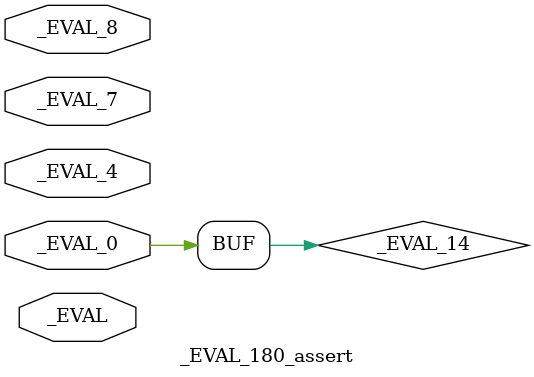
<source format=sv>
module _EVAL_180_assert(
  input   _EVAL,
  input   _EVAL_0,
  input   _EVAL_4,
  input   _EVAL_7,
  input   _EVAL_8
);
  wire  _EVAL_14;
  wire  _EVAL_31;
  wire  _EVAL_58;
  wire  _EVAL_66;
  wire  _EVAL_88;
  wire  _EVAL_89;
  wire  _EVAL_91;
  wire  _EVAL_95;
  wire  _EVAL_101;
  wire  _EVAL_116;
  wire  _EVAL_130;
  wire  _EVAL_148;
  assign _EVAL_31 = ~_EVAL_101;
  assign _EVAL_91 = _EVAL_148 | _EVAL_14;
  assign _EVAL_101 = _EVAL_8 & _EVAL_7;
  assign _EVAL_95 = ~_EVAL_91;
  assign _EVAL_89 = _EVAL_4 & _EVAL_7;
  assign _EVAL_116 = ~_EVAL_14;
  assign _EVAL_14 = _EVAL_0;
  assign _EVAL_88 = ~_EVAL_89;
  assign _EVAL_130 = _EVAL_58 & _EVAL_31;
  assign _EVAL_66 = _EVAL_8 & _EVAL_4;
  assign _EVAL_58 = ~_EVAL_66;
  assign _EVAL_148 = _EVAL_130 & _EVAL_88;
  always @(posedge _EVAL) begin
    `ifndef SYNTHESIS
    `ifdef PRINTF_COND
      if (`PRINTF_COND) begin
    `endif
        if (_EVAL_8 & _EVAL_116) begin
          $fwrite(32'h80000002,"Obfuscated Simulation Output(b78a2954)\n");
        end
    `ifdef PRINTF_COND
      end
    `endif
    `endif // SYNTHESIS
    `ifndef SYNTHESIS
    `ifdef PRINTF_COND
      if (`PRINTF_COND) begin
    `endif
        if (_EVAL_95) begin
          $fwrite(32'h80000002,"Obfuscated Simulation Output(66ca24a7)\n");
        end
    `ifdef PRINTF_COND
      end
    `endif
    `endif // SYNTHESIS
    `ifndef SYNTHESIS
    `ifdef PRINTF_COND
      if (`PRINTF_COND) begin
    `endif
        if (_EVAL_8 & _EVAL_116) begin
          $fwrite(32'h80000002,"Obfuscated Simulation Output(1646262a)\n");
        end
    `ifdef PRINTF_COND
      end
    `endif
    `endif // SYNTHESIS
    `ifndef SYNTHESIS
    `ifdef STOP_COND
      if (`STOP_COND) begin
    `endif
        if (_EVAL_95) begin
          $fatal;
        end
    `ifdef STOP_COND
      end
    `endif
    `endif // SYNTHESIS
  end

endmodule

</source>
